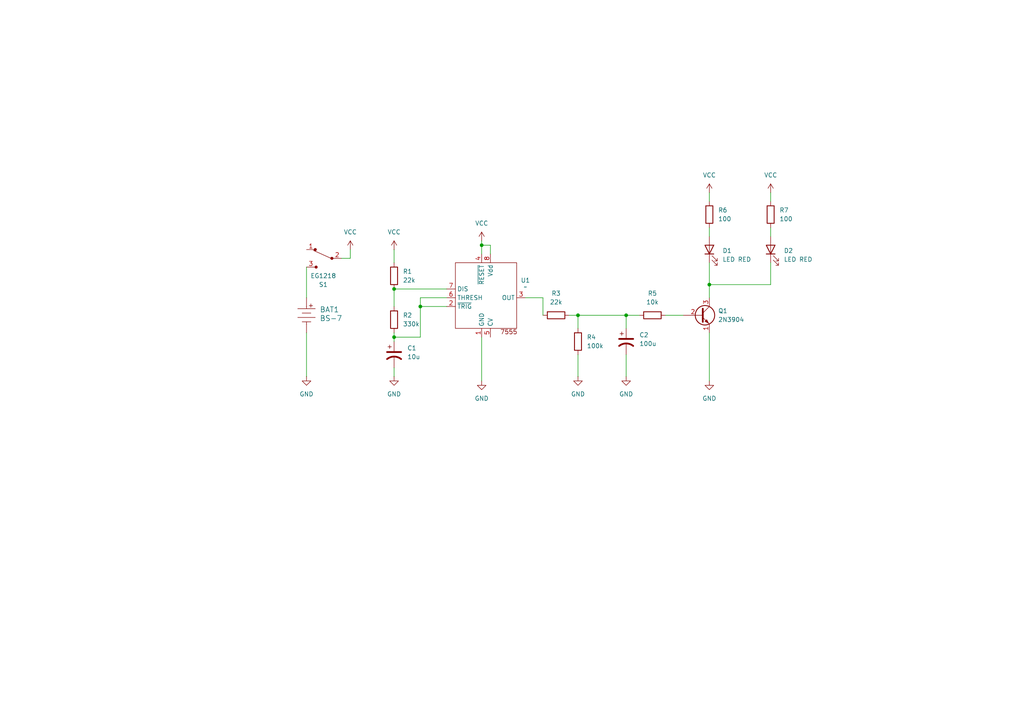
<source format=kicad_sch>
(kicad_sch (version 20231120) (generator "eeschema") (generator_version "8.0")
  (paper "A4")
  (title_block (title "555 badge") (date "2024-09-10") (rev "v01") (comment 2 "creativecommons.org/licenses/by/4.0") (comment 3 "license cc by 4.0") (comment 4 "author"))
  (lib_symbols
    (symbol "Device:C_Polarized_US" (pin_numbers hide) (pin_names (offset 0.254) hide)
      (property "Reference" "C" (at 0.635 2.54 0))
      (property "Value" "C_Polarized_US" (at 0.635 -2.54 0))
      (symbol "C_Polarized_US_0_1"
        (polyline (pts (xy -2.032 0.762) (xy 2.032 0.762)) (stroke (width 0.508)))
        (polyline (pts (xy -1.778 2.286) (xy -0.762 2.286)))
        (polyline (pts (xy -1.27 1.778) (xy -1.27 2.794)))
        (arc (start 2.032 -1.27) (mid 0 -0.5572) (end -2.032 -1.27) (stroke (width 0.508)))
      )
      (symbol "C_Polarized_US_1_1"
        (pin passive line (at 0 3.81 270) (length 2.794) (name "~") (number "1"))
        (pin passive line (at 0 -3.81 90) (length 3.302) (name "~") (number "2"))
      )
    )
    (symbol "Device:LED" (pin_numbers hide) (pin_names (offset 1.016) hide)
      (property "Reference" "D" (at 0 2.54 0))
      (property "Value" "LED" (at 0 -2.54 0))
      (symbol "LED_0_1"
        (polyline (pts (xy -1.27 -1.27) (xy -1.27 1.27)) (stroke (width 0.254)))
        (polyline (pts (xy -1.27 0) (xy 1.27 0)))
        (polyline (pts (xy 1.27 -1.27) (xy 1.27 1.27) (xy -1.27 0) (xy 1.27 -1.27)) (stroke (width 0.254)))
        (polyline (pts (xy -3.048 -0.762) (xy -4.572 -2.286) (xy -3.81 -2.286) (xy -4.572 -2.286) (xy -4.572 -1.524)))
        (polyline (pts (xy -1.778 -0.762) (xy -3.302 -2.286) (xy -2.54 -2.286) (xy -3.302 -2.286) (xy -3.302 -1.524)))
      )
      (symbol "LED_1_1"
        (pin passive line (at -3.81 0 0) (length 2.54) (name "K") (number "1"))
        (pin passive line (at 3.81 0 180) (length 2.54) (name "A") (number "2"))
      )
    )
    (symbol "Device:R" (pin_numbers hide) (pin_names (offset 0))
      (property "Reference" "R" (at 2.032 0 90))
      (property "Value" "R" (at 0 0 90))
      (symbol "R_0_1"
        (rectangle (start -1.016 -2.54) (end 1.016 2.54) (stroke (width 0.254)))
      )
      (symbol "R_1_1"
        (pin passive line (at 0 3.81 270) (length 1.27) (name "~") (number "1"))
        (pin passive line (at 0 -3.81 90) (length 1.27) (name "~") (number "2"))
      )
    )
    (symbol "Transistor_BJT:2N3904" (pin_names (offset 0) hide)
      (property "Reference" "Q" (at 5.08 1.905 0))
      (property "Value" "2N3904" (at 5.08 0 0))
      (symbol "2N3904_0_1"
        (polyline (pts (xy 0.635 0.635) (xy 2.54 2.54)))
        (polyline (pts (xy 0.635 -0.635) (xy 2.54 -2.54) (xy 2.54 -2.54)))
        (polyline (pts (xy 0.635 1.905) (xy 0.635 -1.905) (xy 0.635 -1.905)) (stroke (width 0.508)))
        (polyline (pts (xy 1.27 -1.778) (xy 1.778 -1.27) (xy 2.286 -2.286) (xy 1.27 -1.778) (xy 1.27 -1.778)) (fill (type outline)))
        (circle (center 1.27 0) (radius 2.8194) (stroke (width 0.254)))
      )
      (symbol "2N3904_1_1"
        (pin passive line (at 2.54 -5.08 90) (length 2.54) (name "E") (number "1"))
        (pin passive line (at -5.08 0 0) (length 5.715) (name "B") (number "2"))
        (pin passive line (at 2.54 5.08 270) (length 2.54) (name "C") (number "3"))
      )
    )
    (symbol "dikiprojectNew_Library:7555"
      (property "Reference" "U" (at -8.128 11.176 0))
      (symbol "7555_0_1"
        (rectangle (start -8.89 10.16) (end 8.89 -8.89))
      )
      (symbol "7555_1_1"
        (text "7555\n" (at 6.604 -9.906 0) (effects (font (size 1.27 1.27))))
        (pin input line (at -1.27 -11.43 90) (length 2.54) (name "GND") (number "1"))
        (pin input line (at -11.43 -2.54 0) (length 2.54) (name "~{TRIG}") (number "2"))
        (pin input line (at 11.43 0 180) (length 2.54) (name "OUT") (number "3"))
        (pin input line (at -1.27 12.7 270) (length 2.54) (name "~{RESET}") (number "4"))
        (pin input line (at 1.27 -11.43 90) (length 2.54) (name "CV") (number "5"))
        (pin input line (at -11.43 0 0) (length 2.54) (name "THRESH") (number "6"))
        (pin input line (at -11.43 2.54 0) (length 2.54) (name "DIS") (number "7"))
        (pin input line (at 1.27 12.7 270) (length 2.54) (name "Vdd") (number "8"))
      )
    )
    (symbol "dk_Battery-Holders-Clips-Contacts:BS-7" (pin_numbers hide) (pin_names (offset 1.016))
      (property "Reference" "BAT" (at -1.27 3.81 0))
      (property "Value" "BS-7" (at -1.27 -3.81 0))
      (symbol "BS-7_1_1"
        (polyline (pts (xy 0 -2.54) (xy 0 -1.905)))
        (polyline (pts (xy 0 1.905) (xy 0 2.54)))
        (polyline (pts (xy 1.27 -1.905) (xy -1.27 -1.905)))
        (polyline (pts (xy 1.27 0.635) (xy -1.27 0.635)))
        (polyline (pts (xy 1.27 2.286) (xy 1.27 3.302)))
        (polyline (pts (xy 1.778 2.794) (xy 0.762 2.794)))
        (polyline (pts (xy 2.54 -0.635) (xy -2.54 -0.635)))
        (polyline (pts (xy 2.54 1.905) (xy -2.54 1.905)))
        (pin power_out line (at 0 -5.08 90) (length 2.54) (name "~") (number "Neg"))
        (pin power_out line (at 0 5.08 270) (length 2.54) (name "~") (number "Pos"))
      )
    )
    (symbol "dk_Slide-Switches:EG1218" (pin_names (offset 0))
      (property "Reference" "S" (at -3.81 2.286 0))
      (property "Value" "EG1218" (at 0 -5.334 0))
      (symbol "EG1218_0_1"
        (circle (center -2.286 0) (radius 0.3556) (fill (type outline)))
        (polyline (pts (xy -2.032 0) (xy 3.048 2.286)))
        (circle (center 2.286 -2.54) (radius 0.3556) (fill (type outline)))
        (circle (center 2.54 2.54) (radius 0.3556) (fill (type outline)))
      )
      (symbol "EG1218_1_1"
        (pin passive line (at 5.08 2.54 180) (length 2.54) (name "~") (number "1"))
        (pin passive line (at -5.08 0 0) (length 2.54) (name "~") (number "2"))
        (pin passive line (at 5.08 -2.54 180) (length 2.54) (name "~") (number "3"))
      )
    )
    (symbol "power:GND" (power) (pin_numbers hide) (pin_names (offset 0) hide)
      (property "Value" "GND" (at 0 -3.81 0))
      (symbol "GND_0_1"
        (polyline (pts (xy 0 0) (xy 0 -1.27) (xy 1.27 -1.27) (xy 0 -2.54) (xy -1.27 -1.27) (xy 0 -1.27)))
      )
      (symbol "GND_1_1"
        (pin power_in line (at 0 0 270) (length 0) (name "~") (number "1"))
      )
    )
    (symbol "power:VCC" (power) (pin_numbers hide) (pin_names (offset 0) hide)
      (property "Value" "VCC" (at 0 3.556 0))
      (symbol "VCC_0_1"
        (polyline (pts (xy -0.762 1.27) (xy 0 2.54)))
        (polyline (pts (xy 0 0) (xy 0 2.54)))
        (polyline (pts (xy 0 2.54) (xy 0.762 1.27)))
      )
      (symbol "VCC_1_1"
        (pin power_in line (at 0 0 90) (length 0) (name "~") (number "1"))
      )
    )
  )
  (junction (at 114.3 83.82))
  (junction (at 167.64 91.44))
  (junction (at 181.61 91.44))
  (junction (at 205.74 82.55))
  (junction (at 121.92 88.9))
  (junction (at 139.7 71.12))
  (junction (at 114.3 97.79))
  (wire (pts (xy 101.6 74.93) (xy 101.6 72.39)))
  (wire (pts (xy 181.61 91.44) (xy 181.61 95.25)))
  (wire (pts (xy 142.24 71.12) (xy 142.24 73.66)))
  (wire (pts (xy 114.3 106.68) (xy 114.3 109.22)))
  (wire (pts (xy 114.3 96.52) (xy 114.3 97.79)))
  (wire (pts (xy 205.74 82.55) (xy 205.74 86.36)))
  (wire (pts (xy 121.92 88.9) (xy 129.54 88.9)))
  (wire (pts (xy 114.3 97.79) (xy 121.92 97.79)))
  (wire (pts (xy 205.74 82.55) (xy 223.52 82.55)))
  (wire (pts (xy 88.9 96.52) (xy 88.9 109.22)))
  (wire (pts (xy 157.48 86.36) (xy 157.48 91.44)))
  (wire (pts (xy 129.54 86.36) (xy 121.92 86.36)))
  (wire (pts (xy 223.52 55.88) (xy 223.52 58.42)))
  (wire (pts (xy 167.64 91.44) (xy 181.61 91.44)))
  (wire (pts (xy 139.7 69.85) (xy 139.7 71.12)))
  (wire (pts (xy 181.61 91.44) (xy 185.42 91.44)))
  (wire (pts (xy 114.3 83.82) (xy 129.54 83.82)))
  (wire (pts (xy 121.92 88.9) (xy 121.92 97.79)))
  (wire (pts (xy 88.9 77.47) (xy 88.9 86.36)))
  (wire (pts (xy 193.04 91.44) (xy 198.12 91.44)))
  (wire (pts (xy 139.7 71.12) (xy 139.7 73.66)))
  (wire (pts (xy 167.64 102.87) (xy 167.64 109.22)))
  (wire (pts (xy 114.3 83.82) (xy 114.3 88.9)))
  (wire (pts (xy 223.52 66.04) (xy 223.52 68.58)))
  (wire (pts (xy 114.3 97.79) (xy 114.3 99.06)))
  (wire (pts (xy 114.3 72.39) (xy 114.3 76.2)))
  (wire (pts (xy 205.74 66.04) (xy 205.74 68.58)))
  (wire (pts (xy 205.74 55.88) (xy 205.74 58.42)))
  (wire (pts (xy 139.7 71.12) (xy 142.24 71.12)))
  (wire (pts (xy 205.74 96.52) (xy 205.74 110.49)))
  (wire (pts (xy 165.1 91.44) (xy 167.64 91.44)))
  (wire (pts (xy 167.64 91.44) (xy 167.64 95.25)))
  (wire (pts (xy 139.7 97.79) (xy 139.7 110.49)))
  (wire (pts (xy 99.06 74.93) (xy 101.6 74.93)))
  (wire (pts (xy 205.74 76.2) (xy 205.74 82.55)))
  (wire (pts (xy 121.92 86.36) (xy 121.92 88.9)))
  (wire (pts (xy 181.61 102.87) (xy 181.61 109.22)))
  (wire (pts (xy 223.52 76.2) (xy 223.52 82.55)))
  (wire (pts (xy 152.4 86.36) (xy 157.48 86.36)))
  (symbol (lib_id "power:GND") (at 205.74 110.49 0) (unit 1)
    (property "Reference" "#PWR010" (effects (hide yes)))
    (property "Value" "GND" (at 205.74 115.57 0))
    (property "Description" "Power symbol creates a global label with name \"GND\" , ground" (effects (hide yes)))
  )
  (symbol (lib_id "power:VCC") (at 101.6 72.39 0) (unit 1)
    (property "Reference" "#PWR02" (effects (hide yes)))
    (property "Value" "VCC" (at 101.6 67.31 0))
    (property "Description" "Power symbol creates a global label with name \"VCC\"" (effects (hide yes)))
  )
  (symbol (lib_id "Device:R") (at 161.29 91.44 90) (unit 1)
    (property "Reference" "R3" (at 161.29 85.09 90))
    (property "Value" "22k" (at 161.29 87.63 90))
    (property "Footprint" "Resistor_THT:R_Axial_DIN0207_L6.3mm_D2.5mm_P7.62mm_Horizontal" (effects (hide yes)))
    (property "Description" "Resistor" (effects (hide yes)))
  )
  (symbol (lib_id "power:GND") (at 181.61 109.22 0) (unit 1)
    (property "Reference" "#PWR08" (effects (hide yes)))
    (property "Value" "GND" (at 181.61 114.3 0))
    (property "Description" "Power symbol creates a global label with name \"GND\" , ground" (effects (hide yes)))
  )
  (symbol (lib_id "power:GND") (at 88.9 109.22 0) (unit 1)
    (property "Reference" "#PWR01" (effects (hide yes)))
    (property "Value" "GND" (at 88.9 114.3 0))
    (property "Description" "Power symbol creates a global label with name \"GND\" , ground" (effects (hide yes)))
  )
  (symbol (lib_id "power:VCC") (at 139.7 69.85 0) (unit 1)
    (property "Reference" "#PWR05" (effects (hide yes)))
    (property "Value" "VCC" (at 139.7 64.77 0))
    (property "Description" "Power symbol creates a global label with name \"VCC\"" (effects (hide yes)))
  )
  (symbol (lib_id "power:VCC") (at 223.52 55.88 0) (unit 1)
    (property "Reference" "#PWR011" (effects (hide yes)))
    (property "Value" "VCC" (at 223.52 50.8 0))
    (property "Description" "Power symbol creates a global label with name \"VCC\"" (effects (hide yes)))
  )
  (symbol (lib_id "Device:C_Polarized_US") (at 181.61 99.06 0) (unit 1)
    (property "Reference" "C2" (at 185.42 97.1549 0) (effects (justify left)))
    (property "Value" "100u" (at 185.42 99.6949 0) (effects (justify left)))
    (property "Footprint" "Capacitor_THT:CP_Radial_D6.3mm_P2.50mm" (effects (hide yes)))
    (property "Description" "Polarized capacitor, US symbol" (effects (hide yes)))
  )
  (symbol (lib_id "dk_Slide-Switches:EG1218") (at 93.98 74.93 0) (mirror y) (unit 1)
    (property "Reference" "S1" (at 93.7768 82.55 0))
    (property "Value" "EG1218" (at 93.7768 80.01 0))
    (property "Footprint" "digikey-footprints:Switch_Slide_11.6x4mm_EG1218" (effects (hide yes)))
    (property "Datasheet" "http://spec_sheets.e-switch.com/specs/P040040.pdf" (effects (hide yes)))
    (property "Description" "SWITCH SLIDE SPDT 200MA 30V" (effects (hide yes)))
    (property "Digi-Key_PN" "EG1903-ND" (effects (hide yes)))
    (property "MPN" "EG1218" (effects (hide yes)))
    (property "Category" "Switches" (effects (hide yes)))
    (property "Family" "Slide Switches" (effects (hide yes)))
    (property "DK_Datasheet_Link" "http://spec_sheets.e-switch.com/specs/P040040.pdf" (effects (hide yes)))
    (property "DK_Detail_Page" "/product-detail/en/e-switch/EG1218/EG1903-ND/101726" (effects (hide yes)))
    (property "Description_1" "SWITCH SLIDE SPDT 200MA 30V" (effects (hide yes)))
    (property "Manufacturer" "E-Switch" (effects (hide yes)))
    (property "Status" "Active" (effects (hide yes)))
  )
  (symbol (lib_id "power:GND") (at 139.7 110.49 0) (unit 1)
    (property "Reference" "#PWR06" (effects (hide yes)))
    (property "Value" "GND" (at 139.7 115.57 0))
    (property "Description" "Power symbol creates a global label with name \"GND\" , ground" (effects (hide yes)))
  )
  (symbol (lib_id "Device:R") (at 114.3 92.71 0) (unit 1)
    (property "Reference" "R2" (at 116.84 91.4399 0) (effects (justify left)))
    (property "Value" "330k" (at 116.84 93.9799 0) (effects (justify left)))
    (property "Footprint" "Resistor_THT:R_Axial_DIN0207_L6.3mm_D2.5mm_P7.62mm_Horizontal" (effects (hide yes)))
    (property "Description" "Resistor" (effects (hide yes)))
  )
  (symbol (lib_id "power:VCC") (at 205.74 55.88 0) (unit 1)
    (property "Reference" "#PWR09" (effects (hide yes)))
    (property "Value" "VCC" (at 205.74 50.8 0))
    (property "Description" "Power symbol creates a global label with name \"VCC\"" (effects (hide yes)))
  )
  (symbol (lib_id "power:GND") (at 114.3 109.22 0) (unit 1)
    (property "Reference" "#PWR04" (effects (hide yes)))
    (property "Value" "GND" (at 114.3 114.3 0))
    (property "Description" "Power symbol creates a global label with name \"GND\" , ground" (effects (hide yes)))
  )
  (symbol (lib_id "dikiprojectNew_Library:7555") (at 140.97 86.36 0) (unit 1)
    (property "Reference" "U1" (at 152.4 81.3114 0))
    (property "Value" "~" (at 152.4 83.2165 0))
    (property "Footprint" "555_Badge:ICM7555-PDIP" (effects (hide yes)))
  )
  (symbol (lib_id "Device:LED") (at 223.52 72.39 90) (unit 1)
    (property "Reference" "D2" (at 227.33 72.7074 90) (effects (justify right)))
    (property "Value" "LED RED" (at 227.33 75.2474 90) (effects (justify right)))
    (property "Footprint" "LED_THT:LED_D3.0mm" (effects (hide yes)))
    (property "Description" "Light emitting diode" (effects (hide yes)))
  )
  (symbol (lib_id "Device:LED") (at 205.74 72.39 90) (unit 1)
    (property "Reference" "D1" (at 209.55 72.7074 90) (effects (justify right)))
    (property "Value" "LED RED" (at 209.55 75.2474 90) (effects (justify right)))
    (property "Footprint" "LED_THT:LED_D3.0mm" (effects (hide yes)))
    (property "Description" "Light emitting diode" (effects (hide yes)))
  )
  (symbol (lib_id "Device:C_Polarized_US") (at 114.3 102.87 0) (unit 1)
    (property "Reference" "C1" (at 118.11 100.9649 0) (effects (justify left)))
    (property "Value" "10u" (at 118.11 103.5049 0) (effects (justify left)))
    (property "Footprint" "Capacitor_THT:CP_Radial_D6.3mm_P2.50mm" (effects (hide yes)))
    (property "Description" "Polarized capacitor, US symbol" (effects (hide yes)))
  )
  (symbol (lib_id "power:GND") (at 167.64 109.22 0) (unit 1)
    (property "Reference" "#PWR07" (effects (hide yes)))
    (property "Value" "GND" (at 167.64 114.3 0))
    (property "Description" "Power symbol creates a global label with name \"GND\" , ground" (effects (hide yes)))
  )
  (symbol (lib_id "power:VCC") (at 114.3 72.39 0) (unit 1)
    (property "Reference" "#PWR03" (effects (hide yes)))
    (property "Value" "VCC" (at 114.3 67.31 0))
    (property "Description" "Power symbol creates a global label with name \"VCC\"" (effects (hide yes)))
  )
  (symbol (lib_id "Device:R") (at 205.74 62.23 180) (unit 1)
    (property "Reference" "R6" (at 208.28 60.9599 0) (effects (justify right)))
    (property "Value" "100" (at 208.28 63.4999 0) (effects (justify right)))
    (property "Footprint" "Resistor_THT:R_Axial_DIN0207_L6.3mm_D2.5mm_P7.62mm_Horizontal" (effects (hide yes)))
    (property "Description" "Resistor" (effects (hide yes)))
  )
  (symbol (lib_id "Transistor_BJT:2N3904") (at 203.2 91.44 0) (unit 1)
    (property "Reference" "Q1" (at 208.28 90.1699 0) (effects (justify left)))
    (property "Value" "2N3904" (at 208.28 92.7099 0) (effects (justify left)))
    (property "Footprint" "digikey-footprints:TO-92-3" (effects (hide yes)))
    (property "Datasheet" "https://www.onsemi.com/pub/Collateral/2N3903-D.PDF" (effects (hide yes)))
    (property "Description" "0.2A Ic, 40V Vce, Small Signal NPN Transistor, TO-92" (effects (hide yes)))
  )
  (symbol (lib_id "Device:R") (at 189.23 91.44 90) (unit 1)
    (property "Reference" "R5" (at 189.23 85.09 90))
    (property "Value" "10k" (at 189.23 87.63 90))
    (property "Footprint" "Resistor_THT:R_Axial_DIN0207_L6.3mm_D2.5mm_P7.62mm_Horizontal" (effects (hide yes)))
    (property "Description" "Resistor" (effects (hide yes)))
  )
  (symbol (lib_id "dk_Battery-Holders-Clips-Contacts:BS-7") (at 88.9 91.44 0) (unit 1)
    (property "Reference" "BAT1" (at 92.71 89.7889 0) (effects (font (size 1.524 1.524)) (justify left)))
    (property "Value" "BS-7" (at 92.71 92.3289 0) (effects (font (size 1.524 1.524)) (justify left)))
    (property "Footprint" "digikey-footprints:Battery_Holder_Coin_2032_BS-7" (effects (hide yes)))
    (property "Datasheet" "http://www.memoryprotectiondevices.com/datasheets/BS-7-datasheet.pdf" (effects (hide yes)))
    (property "Description" "BATTERY HOLDER COIN 20MM PC PIN" (effects (hide yes)))
    (property "Digi-Key_PN" "BS-7-ND" (effects (hide yes)))
    (property "MPN" "BS-7" (effects (hide yes)))
    (property "Category" "Battery Products" (effects (hide yes)))
    (property "Family" "Battery Holders, Clips, Contacts" (effects (hide yes)))
    (property "DK_Datasheet_Link" "http://www.memoryprotectiondevices.com/datasheets/BS-7-datasheet.pdf" (effects (hide yes)))
    (property "DK_Detail_Page" "/product-detail/en/mpd-memory-protection-devices/BS-7/BS-7-ND/389447" (effects (hide yes)))
    (property "Description_1" "BATTERY HOLDER COIN 20MM PC PIN" (effects (hide yes)))
    (property "Manufacturer" "MPD (Memory Protection Devices)" (effects (hide yes)))
    (property "Status" "Active" (effects (hide yes)))
  )
  (symbol (lib_id "Device:R") (at 223.52 62.23 180) (unit 1)
    (property "Reference" "R7" (at 226.06 60.9599 0) (effects (justify right)))
    (property "Value" "100" (at 226.06 63.4999 0) (effects (justify right)))
    (property "Footprint" "Resistor_THT:R_Axial_DIN0207_L6.3mm_D2.5mm_P7.62mm_Horizontal" (effects (hide yes)))
    (property "Description" "Resistor" (effects (hide yes)))
  )
  (symbol (lib_id "Device:R") (at 114.3 80.01 0) (unit 1)
    (property "Reference" "R1" (at 116.84 78.7399 0) (effects (justify left)))
    (property "Value" "22k" (at 116.84 81.2799 0) (effects (justify left)))
    (property "Footprint" "Resistor_THT:R_Axial_DIN0207_L6.3mm_D2.5mm_P7.62mm_Horizontal" (effects (hide yes)))
    (property "Description" "Resistor" (effects (hide yes)))
  )
  (symbol (lib_id "Device:R") (at 167.64 99.06 180) (unit 1)
    (property "Reference" "R4" (at 170.18 97.7899 0) (effects (justify right)))
    (property "Value" "100k" (at 170.18 100.3299 0) (effects (justify right)))
    (property "Footprint" "Resistor_THT:R_Axial_DIN0207_L6.3mm_D2.5mm_P7.62mm_Horizontal" (effects (hide yes)))
    (property "Description" "Resistor" (effects (hide yes)))
  )
)
</source>
